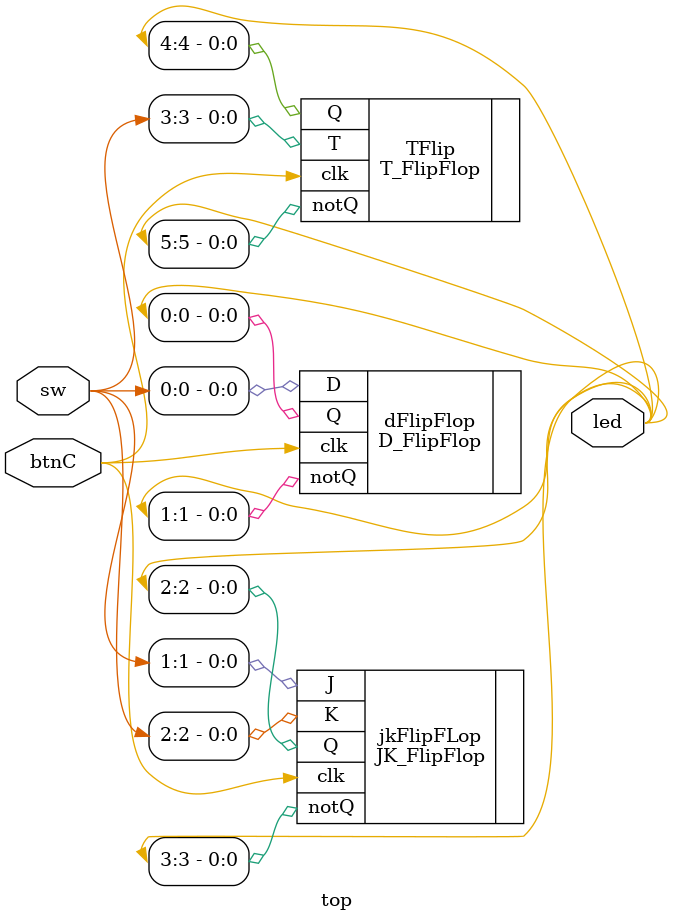
<source format=v>
module top(
    input [3:0] sw,
    input btnC,
    output [5:0] led
);
   D_FlipFlop dFlipFlop(
        .D(sw[0]),
        .clk(btnC),
        .Q(led[0]),
        .notQ(led[1])
    );
    
   JK_FlipFlop jkFlipFLop(
    .J(sw[1]),
    .K(sw[2]),
    .clk(btnC),
    .Q(led[2]),
    .notQ(led[3])
    );
    
    T_FlipFlop TFlip(
    .T(sw[3]),
    .clk(btnC),
    .Q(led[4]),
    .notQ(led[5])
    );
    
endmodule

</source>
